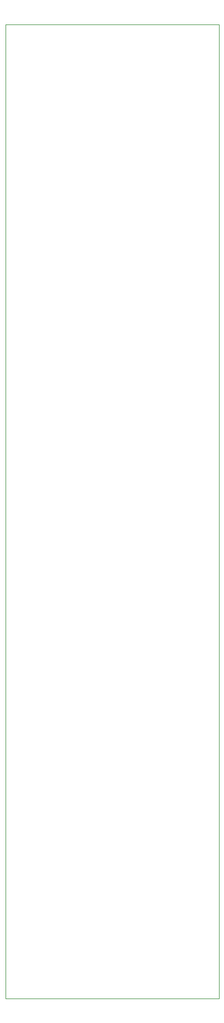
<source format=gbr>
%TF.GenerationSoftware,KiCad,Pcbnew,8.0.3*%
%TF.CreationDate,2024-07-11T13:48:36-07:00*%
%TF.ProjectId,radioboard_dev,72616469-6f62-46f6-9172-645f6465762e,rev?*%
%TF.SameCoordinates,Original*%
%TF.FileFunction,Profile,NP*%
%FSLAX46Y46*%
G04 Gerber Fmt 4.6, Leading zero omitted, Abs format (unit mm)*
G04 Created by KiCad (PCBNEW 8.0.3) date 2024-07-11 13:48:36*
%MOMM*%
%LPD*%
G01*
G04 APERTURE LIST*
%TA.AperFunction,Profile*%
%ADD10C,0.050000*%
%TD*%
G04 APERTURE END LIST*
D10*
X22000000Y-25750000D02*
X54500000Y-25750000D01*
X54500000Y-174000000D01*
X22000000Y-174000000D01*
X22000000Y-25750000D01*
M02*

</source>
